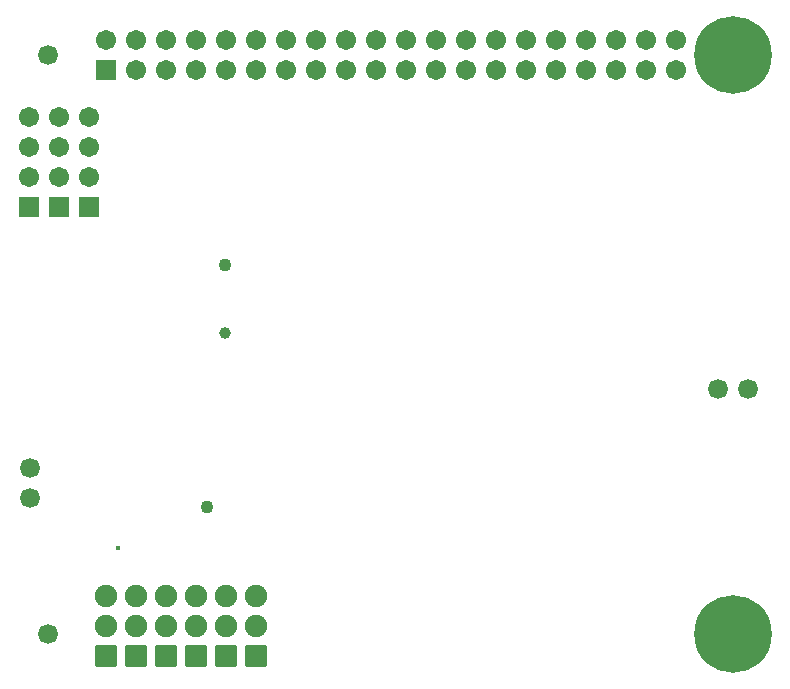
<source format=gbs>
G04 Layer_Color=8150272*
%FSLAX25Y25*%
%MOIN*%
G70*
G01*
G75*
%ADD87C,0.25843*%
%ADD88C,0.06646*%
%ADD90C,0.06748*%
%ADD91R,0.06748X0.06748*%
%ADD92C,0.07535*%
G04:AMPARAMS|DCode=93|XSize=75.35mil|YSize=75.35mil|CornerRadius=10.12mil|HoleSize=0mil|Usage=FLASHONLY|Rotation=90.000|XOffset=0mil|YOffset=0mil|HoleType=Round|Shape=RoundedRectangle|*
%AMROUNDEDRECTD93*
21,1,0.07535,0.05512,0,0,90.0*
21,1,0.05512,0.07535,0,0,90.0*
1,1,0.02024,0.02756,0.02756*
1,1,0.02024,0.02756,-0.02756*
1,1,0.02024,-0.02756,-0.02756*
1,1,0.02024,-0.02756,0.02756*
%
%ADD93ROUNDEDRECTD93*%
%ADD94C,0.04331*%
%ADD95C,0.03937*%
%ADD96C,0.01457*%
D87*
X261811Y226378D02*
D03*
Y33465D02*
D03*
D88*
X33465Y226378D02*
D03*
Y33465D02*
D03*
X256811Y115157D02*
D03*
X266811D02*
D03*
X27559Y78661D02*
D03*
Y88661D02*
D03*
D90*
X37106Y205866D02*
D03*
Y195866D02*
D03*
Y185866D02*
D03*
X27106Y205866D02*
D03*
Y195866D02*
D03*
Y185866D02*
D03*
X47106Y205866D02*
D03*
Y195866D02*
D03*
Y185866D02*
D03*
X162638Y231378D02*
D03*
Y221378D02*
D03*
X172638D02*
D03*
Y231378D02*
D03*
X192638D02*
D03*
Y221378D02*
D03*
X182638D02*
D03*
Y231378D02*
D03*
X222638D02*
D03*
Y221378D02*
D03*
X232638D02*
D03*
Y231378D02*
D03*
X212638D02*
D03*
Y221378D02*
D03*
X202638D02*
D03*
Y231378D02*
D03*
X242638Y221378D02*
D03*
Y231378D02*
D03*
X142638D02*
D03*
Y221378D02*
D03*
X152638D02*
D03*
Y231378D02*
D03*
X102638D02*
D03*
Y221378D02*
D03*
X112638D02*
D03*
Y231378D02*
D03*
X132638D02*
D03*
Y221378D02*
D03*
X122638D02*
D03*
Y231378D02*
D03*
X82638D02*
D03*
Y221378D02*
D03*
X92638D02*
D03*
Y231378D02*
D03*
X72638D02*
D03*
Y221378D02*
D03*
X62638D02*
D03*
Y231378D02*
D03*
X52638D02*
D03*
D91*
X37106Y175866D02*
D03*
X27106D02*
D03*
X47106Y175866D02*
D03*
X52638Y221378D02*
D03*
D92*
X102752Y45943D02*
D03*
Y35943D02*
D03*
X92752Y45943D02*
D03*
Y35943D02*
D03*
X82752Y45943D02*
D03*
Y35943D02*
D03*
X72752Y45943D02*
D03*
Y35943D02*
D03*
X62752Y45943D02*
D03*
Y35943D02*
D03*
X52752Y45943D02*
D03*
Y35943D02*
D03*
D93*
X102752Y25943D02*
D03*
X92752D02*
D03*
X82752D02*
D03*
X72752D02*
D03*
X62752D02*
D03*
X52752D02*
D03*
D94*
X86614Y75787D02*
D03*
X92520Y156496D02*
D03*
D95*
Y133858D02*
D03*
D96*
X56890Y62205D02*
D03*
M02*

</source>
